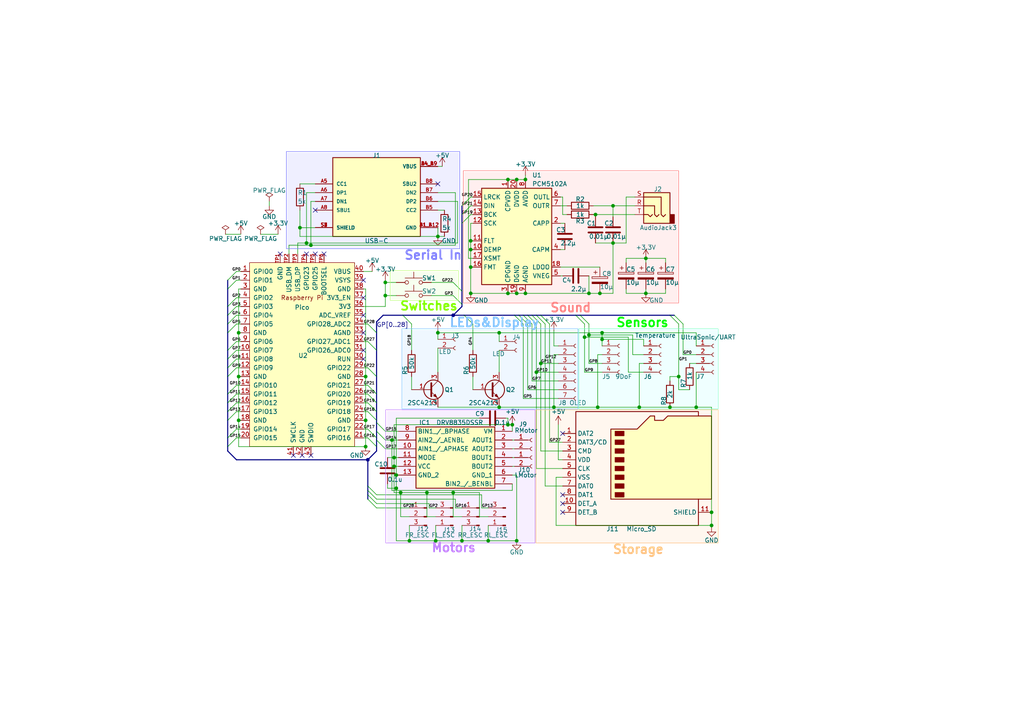
<source format=kicad_sch>
(kicad_sch (version 20230121) (generator eeschema)
  (paper "A4")
  (junction (at 114.935 141.605))
  (junction (at 136.525 85.09))
  (junction (at 173.355 118.11))
  (junction (at 106.045 121.92))
  (junction (at 152.4 85.09))
  (junction (at 86.995 66.04))
  (junction (at 114.935 137.795))
  (junction (at 88.9 70.485))
  (junction (at 187.325 74.93))
  (junction (at 69.215 96.52))
  (junction (at 147.32 123.19))
  (junction (at 123.825 142.875))
  (junction (at 127 96.52))
  (junction (at 111.76 81.915))
  (junction (at 113.665 127.635))
  (junction (at 116.205 142.875))
  (junction (at 187.325 85.09))
  (junction (at 90.17 71.12))
  (junction (at 206.375 152.4))
  (junction (at 118.745 156.845))
  (junction (at 69.215 121.92))
  (junction (at 127 68.58))
  (junction (at 149.86 85.09))
  (junction (at 206.375 148.59))
  (junction (at 69.215 109.22))
  (junction (at 149.86 52.07))
  (junction (at 111.76 85.725))
  (junction (at 126.365 156.845))
  (junction (at 152.4 52.07))
  (junction (at 141.605 156.845))
  (junction (at 131.445 91.44))
  (junction (at 173.99 85.09))
  (junction (at 114.3 135.255))
  (junction (at 136.525 72.39))
  (junction (at 106.045 129.54))
  (junction (at 144.78 96.52))
  (junction (at 174.625 98.425))
  (junction (at 149.86 156.845))
  (junction (at 106.045 109.22))
  (junction (at 155.575 107.95))
  (junction (at 147.32 85.09))
  (junction (at 177.8 70.485))
  (junction (at 201.93 118.11))
  (junction (at 136.525 77.47))
  (junction (at 136.525 69.85))
  (junction (at 196.85 109.22))
  (junction (at 177.8 59.69))
  (junction (at 144.78 118.11))
  (junction (at 131.445 142.875))
  (junction (at 148.59 123.19))
  (junction (at 133.985 156.845))
  (junction (at 172.72 62.23))
  (junction (at 194.31 118.11))
  (junction (at 169.545 97.79))
  (junction (at 147.32 52.07))
  (junction (at 170.815 97.155))
  (junction (at 170.815 85.09))
  (junction (at 106.68 133.35))
  (junction (at 160.655 118.11))
  (junction (at 156.845 105.41))
  (junction (at 114.3 132.715))
  (junction (at 185.42 118.11))
  (junction (at 174.625 96.52))
  (no_connect (at 88.9 73.66))
  (no_connect (at 163.195 125.73))
  (no_connect (at 105.41 96.52))
  (no_connect (at 93.98 73.66))
  (no_connect (at 105.41 81.28))
  (no_connect (at 81.28 73.66))
  (no_connect (at 163.195 143.51))
  (no_connect (at 87.63 132.08))
  (no_connect (at 91.44 60.96))
  (no_connect (at 90.17 132.08))
  (no_connect (at 91.44 73.66))
  (no_connect (at 163.195 146.05))
  (no_connect (at 85.09 132.08))
  (no_connect (at 163.195 148.59))
  (no_connect (at 127 53.34))
  (no_connect (at 105.41 104.14))
  (no_connect (at 105.41 91.44))
  (no_connect (at 105.41 101.6))
  (no_connect (at 105.41 86.36))
  (bus_entry (at 66.04 91.44) (size 2.54 -2.54))
  (bus_entry (at 133.985 64.77) (size 2.54 -2.54))
  (bus_entry (at 66.04 93.98) (size 2.54 -2.54))
  (bus_entry (at 109.22 127) (size -2.54 -2.54))
  (bus_entry (at 66.04 88.9) (size 2.54 -2.54))
  (bus_entry (at 159.385 93.98) (size -2.54 -2.54))
  (bus_entry (at 66.04 114.3) (size 2.54 -2.54))
  (bus_entry (at 109.22 116.84) (size -2.54 -2.54))
  (bus_entry (at 111.76 127.635) (size -2.54 -2.54))
  (bus_entry (at 153.035 93.98) (size -2.54 -2.54))
  (bus_entry (at 111.76 130.175) (size -2.54 -2.54))
  (bus_entry (at 151.765 93.98) (size -2.54 -2.54))
  (bus_entry (at 66.04 127) (size 2.54 -2.54))
  (bus_entry (at 158.115 93.98) (size -2.54 -2.54))
  (bus_entry (at 170.815 93.98) (size -2.54 -2.54))
  (bus_entry (at 133.985 59.69) (size 2.54 -2.54))
  (bus_entry (at 133.985 88.265) (size -2.54 -2.54))
  (bus_entry (at 109.22 96.52) (size -2.54 -2.54))
  (bus_entry (at 109.22 101.6) (size -2.54 -2.54))
  (bus_entry (at 109.22 147.32) (size -2.54 -2.54))
  (bus_entry (at 133.985 62.23) (size 2.54 -2.54))
  (bus_entry (at 109.22 109.22) (size -2.54 -2.54))
  (bus_entry (at 66.04 106.68) (size 2.54 -2.54))
  (bus_entry (at 66.04 116.84) (size 2.54 -2.54))
  (bus_entry (at 66.04 121.92) (size 2.54 -2.54))
  (bus_entry (at 66.04 83.82) (size 2.54 -2.54))
  (bus_entry (at 109.22 121.92) (size -2.54 -2.54))
  (bus_entry (at 109.22 119.38) (size -2.54 -2.54))
  (bus_entry (at 109.22 143.51) (size -2.54 -2.54))
  (bus_entry (at 198.12 93.98) (size -2.54 -2.54))
  (bus_entry (at 66.04 104.14) (size 2.54 -2.54))
  (bus_entry (at 196.85 93.98) (size -2.54 -2.54))
  (bus_entry (at 134.62 91.44) (size 2.54 2.54))
  (bus_entry (at 116.84 91.44) (size 2.54 2.54))
  (bus_entry (at 154.305 93.98) (size -2.54 -2.54))
  (bus_entry (at 66.04 129.54) (size 2.54 -2.54))
  (bus_entry (at 111.76 125.095) (size -2.54 -2.54))
  (bus_entry (at 66.04 119.38) (size 2.54 -2.54))
  (bus_entry (at 133.985 84.455) (size -2.54 -2.54))
  (bus_entry (at 156.845 93.98) (size -2.54 -2.54))
  (bus_entry (at 109.22 146.05) (size -2.54 -2.54))
  (bus_entry (at 66.04 101.6) (size 2.54 -2.54))
  (bus_entry (at 66.04 96.52) (size 2.54 -2.54))
  (bus_entry (at 66.04 81.28) (size 2.54 -2.54))
  (bus_entry (at 109.22 129.54) (size -2.54 -2.54))
  (bus_entry (at 155.575 93.98) (size -2.54 -2.54))
  (bus_entry (at 109.22 144.78) (size -2.54 -2.54))
  (bus_entry (at 169.545 93.98) (size -2.54 -2.54))
  (bus_entry (at 109.22 114.3) (size -2.54 -2.54))
  (bus_entry (at 66.04 109.22) (size 2.54 -2.54))
  (wire (pts (xy 69.215 83.82) (xy 69.215 96.52)))
  (bus (pts (xy 131.445 91.44) (xy 134.62 91.44)))
  (wire (pts (xy 68.58 104.14) (xy 69.85 104.14)))
  (wire (pts (xy 152.4 85.09) (xy 170.815 85.09)))
  (wire (pts (xy 118.745 152.4) (xy 118.745 156.845)))
  (wire (pts (xy 201.93 107.95) (xy 201.93 118.11)))
  (wire (pts (xy 170.815 85.09) (xy 173.99 85.09)))
  (bus (pts (xy 106.68 133.35) (xy 106.68 140.97)))
  (wire (pts (xy 146.685 121.285) (xy 147.32 121.285)))
  (wire (pts (xy 69.215 129.54) (xy 106.045 129.54)))
  (wire (pts (xy 105.41 109.22) (xy 106.045 109.22)))
  (bus (pts (xy 167.005 91.44) (xy 168.275 91.44)))
  (bus (pts (xy 66.04 116.84) (xy 66.04 119.38)))
  (wire (pts (xy 183.515 97.155) (xy 170.815 97.155)))
  (wire (pts (xy 91.44 58.42) (xy 90.17 58.42)))
  (wire (pts (xy 136.525 72.39) (xy 137.16 72.39)))
  (wire (pts (xy 105.41 106.68) (xy 106.68 106.68)))
  (wire (pts (xy 139.065 149.86) (xy 141.605 149.86)))
  (wire (pts (xy 86.36 70.485) (xy 88.9 70.485)))
  (wire (pts (xy 131.445 142.875) (xy 139.065 142.875)))
  (bus (pts (xy 133.985 88.265) (xy 133.985 88.9)))
  (bus (pts (xy 66.04 109.22) (xy 66.04 114.3)))
  (wire (pts (xy 186.69 100.33) (xy 186.69 98.425)))
  (wire (pts (xy 136.525 69.85) (xy 137.16 69.85)))
  (wire (pts (xy 90.17 71.12) (xy 132.08 71.12)))
  (wire (pts (xy 109.22 144.78) (xy 132.08 144.78)))
  (wire (pts (xy 112.395 141.605) (xy 114.935 141.605)))
  (wire (pts (xy 106.045 83.82) (xy 106.045 109.22)))
  (wire (pts (xy 139.7 143.51) (xy 139.7 147.32)))
  (wire (pts (xy 148.59 130.175) (xy 149.225 130.175)))
  (wire (pts (xy 68.58 116.84) (xy 69.85 116.84)))
  (wire (pts (xy 83.82 71.12) (xy 83.82 73.66)))
  (wire (pts (xy 127 100.965) (xy 127 107.95)))
  (wire (pts (xy 148.59 132.715) (xy 149.225 132.715)))
  (wire (pts (xy 114.935 121.285) (xy 139.065 121.285)))
  (wire (pts (xy 105.41 124.46) (xy 106.68 124.46)))
  (wire (pts (xy 151.765 93.98) (xy 151.765 115.57)))
  (wire (pts (xy 127 68.58) (xy 86.995 68.58)))
  (bus (pts (xy 66.04 114.3) (xy 66.04 116.84)))
  (bus (pts (xy 66.04 106.68) (xy 66.04 109.22)))
  (wire (pts (xy 111.76 125.095) (xy 115.57 125.095)))
  (wire (pts (xy 182.245 107.95) (xy 182.245 97.79)))
  (bus (pts (xy 106.68 140.97) (xy 106.68 142.24)))
  (wire (pts (xy 69.215 109.22) (xy 69.215 121.92)))
  (bus (pts (xy 111.125 91.44) (xy 116.84 91.44)))
  (wire (pts (xy 148.59 135.255) (xy 149.225 135.255)))
  (wire (pts (xy 173.99 85.09) (xy 177.8 85.09)))
  (wire (pts (xy 144.78 118.11) (xy 160.655 118.11)))
  (wire (pts (xy 194.31 109.22) (xy 196.85 109.22)))
  (wire (pts (xy 136.525 62.23) (xy 137.16 62.23)))
  (bus (pts (xy 109.22 93.345) (xy 109.22 96.52)))
  (wire (pts (xy 88.9 55.88) (xy 88.9 70.485)))
  (bus (pts (xy 66.04 129.54) (xy 66.04 130.81)))
  (wire (pts (xy 136.525 64.77) (xy 137.16 64.77)))
  (wire (pts (xy 187.325 85.09) (xy 193.04 85.09)))
  (wire (pts (xy 118.745 156.845) (xy 126.365 156.845)))
  (wire (pts (xy 119.38 93.98) (xy 119.38 101.6)))
  (bus (pts (xy 109.22 130.81) (xy 109.22 129.54)))
  (wire (pts (xy 68.58 114.3) (xy 69.85 114.3)))
  (wire (pts (xy 75.565 67.945) (xy 80.645 67.945)))
  (wire (pts (xy 83.82 71.12) (xy 90.17 71.12)))
  (wire (pts (xy 105.41 121.92) (xy 106.045 121.92)))
  (wire (pts (xy 116.205 149.86) (xy 118.745 149.86)))
  (wire (pts (xy 132.715 70.485) (xy 132.715 58.42)))
  (wire (pts (xy 105.41 119.38) (xy 106.68 119.38)))
  (wire (pts (xy 114.3 135.255) (xy 115.57 135.255)))
  (wire (pts (xy 206.375 118.11) (xy 206.375 148.59)))
  (wire (pts (xy 113.665 142.24) (xy 148.59 142.24)))
  (wire (pts (xy 185.42 118.11) (xy 194.31 118.11)))
  (bus (pts (xy 68.58 133.35) (xy 106.68 133.35)))
  (bus (pts (xy 109.22 119.38) (xy 109.22 121.92)))
  (wire (pts (xy 127 96.52) (xy 144.78 96.52)))
  (bus (pts (xy 66.04 83.82) (xy 66.04 88.9)))
  (wire (pts (xy 172.085 59.69) (xy 177.8 59.69)))
  (wire (pts (xy 111.76 85.725) (xy 114.935 85.725)))
  (wire (pts (xy 88.9 70.485) (xy 132.715 70.485)))
  (wire (pts (xy 91.44 55.88) (xy 88.9 55.88)))
  (bus (pts (xy 133.985 59.69) (xy 133.985 62.23)))
  (wire (pts (xy 136.525 57.15) (xy 137.16 57.15)))
  (bus (pts (xy 66.04 93.98) (xy 66.04 96.52)))
  (wire (pts (xy 136.525 59.69) (xy 137.16 59.69)))
  (wire (pts (xy 136.525 64.77) (xy 136.525 69.85)))
  (bus (pts (xy 106.68 133.35) (xy 109.22 130.81)))
  (wire (pts (xy 169.545 93.98) (xy 169.545 97.79)))
  (wire (pts (xy 114.3 123.19) (xy 147.32 123.19)))
  (wire (pts (xy 170.815 93.98) (xy 170.815 97.155)))
  (bus (pts (xy 153.035 91.44) (xy 154.305 91.44)))
  (wire (pts (xy 169.545 97.79) (xy 169.545 107.95)))
  (wire (pts (xy 136.525 77.47) (xy 137.16 77.47)))
  (wire (pts (xy 163.195 62.23) (xy 164.465 62.23)))
  (bus (pts (xy 66.04 96.52) (xy 66.04 101.6)))
  (wire (pts (xy 111.76 81.915) (xy 111.76 81.28)))
  (bus (pts (xy 109.22 93.345) (xy 111.125 91.44)))
  (wire (pts (xy 105.41 111.76) (xy 106.68 111.76)))
  (wire (pts (xy 68.58 127) (xy 69.85 127)))
  (wire (pts (xy 148.59 127.635) (xy 149.225 127.635)))
  (wire (pts (xy 155.575 93.98) (xy 155.575 107.95)))
  (wire (pts (xy 106.045 109.22) (xy 106.045 121.92)))
  (wire (pts (xy 111.76 88.9) (xy 111.76 85.725)))
  (wire (pts (xy 193.04 76.2) (xy 193.04 74.93)))
  (wire (pts (xy 144.78 99.06) (xy 144.78 96.52)))
  (wire (pts (xy 105.41 78.74) (xy 107.95 78.74)))
  (wire (pts (xy 161.925 115.57) (xy 151.765 115.57)))
  (wire (pts (xy 127 66.04) (xy 127 68.58)))
  (wire (pts (xy 127 55.88) (xy 132.08 55.88)))
  (bus (pts (xy 109.22 101.6) (xy 109.22 109.22)))
  (bus (pts (xy 133.985 88.9) (xy 131.445 91.44)))
  (wire (pts (xy 69.215 121.92) (xy 69.215 129.54)))
  (wire (pts (xy 133.985 156.845) (xy 141.605 156.845)))
  (wire (pts (xy 206.375 152.4) (xy 206.375 153.035)))
  (wire (pts (xy 90.17 58.42) (xy 90.17 71.12)))
  (bus (pts (xy 66.04 119.38) (xy 66.04 121.92)))
  (wire (pts (xy 161.29 138.43) (xy 163.195 138.43)))
  (wire (pts (xy 162.56 57.15) (xy 163.195 57.15)))
  (wire (pts (xy 114.935 137.795) (xy 114.935 121.285)))
  (wire (pts (xy 181.61 57.15) (xy 181.61 70.485)))
  (bus (pts (xy 109.22 121.92) (xy 109.22 122.555)))
  (wire (pts (xy 109.22 143.51) (xy 139.7 143.51)))
  (wire (pts (xy 86.995 53.34) (xy 91.44 53.34)))
  (wire (pts (xy 201.93 118.11) (xy 194.31 118.11)))
  (wire (pts (xy 201.93 118.11) (xy 206.375 118.11)))
  (wire (pts (xy 113.665 127.635) (xy 115.57 127.635)))
  (wire (pts (xy 68.58 93.98) (xy 69.85 93.98)))
  (wire (pts (xy 152.4 50.8) (xy 152.4 52.07)))
  (wire (pts (xy 181.61 74.93) (xy 187.325 74.93)))
  (bus (pts (xy 133.985 64.77) (xy 133.985 84.455)))
  (wire (pts (xy 161.29 138.43) (xy 161.29 152.4)))
  (wire (pts (xy 198.12 102.87) (xy 201.93 102.87)))
  (wire (pts (xy 173.355 102.87) (xy 174.625 102.87)))
  (wire (pts (xy 174.625 96.52) (xy 201.93 96.52)))
  (wire (pts (xy 187.325 83.82) (xy 187.325 85.09)))
  (wire (pts (xy 135.89 52.07) (xy 147.32 52.07)))
  (wire (pts (xy 126.365 149.86) (xy 123.825 149.86)))
  (wire (pts (xy 206.375 148.59) (xy 206.375 152.4)))
  (bus (pts (xy 109.22 119.38) (xy 109.22 116.84)))
  (wire (pts (xy 172.72 62.23) (xy 172.72 62.865)))
  (wire (pts (xy 177.8 59.69) (xy 177.8 62.865)))
  (wire (pts (xy 177.8 70.485) (xy 181.61 70.485)))
  (bus (pts (xy 194.31 91.44) (xy 195.58 91.44)))
  (bus (pts (xy 109.22 114.3) (xy 109.22 116.84)))
  (wire (pts (xy 114.935 137.795) (xy 114.935 141.605)))
  (wire (pts (xy 68.58 119.38) (xy 69.85 119.38)))
  (wire (pts (xy 154.305 93.98) (xy 154.305 110.49)))
  (wire (pts (xy 170.815 80.01) (xy 170.815 85.09)))
  (wire (pts (xy 127 68.58) (xy 128.905 68.58)))
  (wire (pts (xy 131.445 149.86) (xy 131.445 142.875)))
  (wire (pts (xy 186.69 105.41) (xy 185.42 105.41)))
  (bus (pts (xy 66.04 130.81) (xy 68.58 133.35)))
  (bus (pts (xy 154.305 91.44) (xy 155.575 91.44)))
  (bus (pts (xy 109.22 109.22) (xy 109.22 114.3)))
  (wire (pts (xy 196.85 93.98) (xy 196.85 109.22)))
  (bus (pts (xy 151.765 91.44) (xy 153.035 91.44)))
  (wire (pts (xy 114.935 141.605) (xy 114.935 156.845)))
  (bus (pts (xy 109.22 127.635) (xy 109.22 129.54)))
  (wire (pts (xy 181.61 57.15) (xy 184.15 57.15)))
  (wire (pts (xy 181.61 83.82) (xy 181.61 85.09)))
  (wire (pts (xy 116.205 142.875) (xy 116.205 149.86)))
  (wire (pts (xy 112.395 132.715) (xy 114.3 132.715)))
  (wire (pts (xy 147.32 121.285) (xy 147.32 123.19)))
  (wire (pts (xy 163.195 130.81) (xy 156.845 130.81)))
  (wire (pts (xy 148.59 123.19) (xy 148.59 125.095)))
  (wire (pts (xy 155.575 107.95) (xy 161.925 107.95)))
  (wire (pts (xy 163.195 133.35) (xy 161.925 133.35)))
  (bus (pts (xy 106.68 142.24) (xy 106.68 143.51)))
  (wire (pts (xy 187.325 74.93) (xy 193.04 74.93)))
  (wire (pts (xy 187.325 74.93) (xy 187.325 76.2)))
  (wire (pts (xy 181.61 85.09) (xy 187.325 85.09)))
  (wire (pts (xy 68.58 111.76) (xy 69.85 111.76)))
  (wire (pts (xy 106.045 121.92) (xy 106.045 129.54)))
  (wire (pts (xy 149.86 85.09) (xy 152.4 85.09)))
  (wire (pts (xy 149.86 52.07) (xy 152.4 52.07)))
  (bus (pts (xy 156.845 91.44) (xy 167.005 91.44)))
  (wire (pts (xy 162.56 64.77) (xy 163.83 64.77)))
  (wire (pts (xy 109.22 146.05) (xy 124.46 146.05)))
  (bus (pts (xy 155.575 91.44) (xy 156.845 91.44)))
  (wire (pts (xy 124.46 146.05) (xy 124.46 147.32)))
  (wire (pts (xy 136.525 72.39) (xy 136.525 77.47)))
  (wire (pts (xy 148.59 137.795) (xy 149.86 137.795)))
  (bus (pts (xy 149.225 91.44) (xy 150.495 91.44)))
  (wire (pts (xy 170.815 97.155) (xy 170.815 105.41)))
  (wire (pts (xy 114.935 81.915) (xy 111.76 81.915)))
  (bus (pts (xy 66.04 104.14) (xy 66.04 106.68)))
  (bus (pts (xy 66.04 81.28) (xy 66.04 83.82)))
  (wire (pts (xy 127 48.26) (xy 128.27 48.26)))
  (wire (pts (xy 124.46 147.32) (xy 126.365 147.32)))
  (wire (pts (xy 126.365 152.4) (xy 126.365 156.845)))
  (bus (pts (xy 109.22 127) (xy 109.22 127.635)))
  (wire (pts (xy 182.245 107.95) (xy 186.69 107.95)))
  (wire (pts (xy 86.995 60.96) (xy 86.995 66.04)))
  (wire (pts (xy 163.195 57.15) (xy 163.195 62.23)))
  (wire (pts (xy 141.605 156.845) (xy 149.86 156.845)))
  (wire (pts (xy 159.385 93.98) (xy 159.385 128.27)))
  (wire (pts (xy 172.72 70.485) (xy 177.8 70.485)))
  (wire (pts (xy 114.3 132.715) (xy 115.57 132.715)))
  (wire (pts (xy 69.215 109.22) (xy 69.85 109.22)))
  (wire (pts (xy 133.985 149.86) (xy 131.445 149.86)))
  (wire (pts (xy 162.56 72.39) (xy 163.83 72.39)))
  (wire (pts (xy 162.56 59.69) (xy 164.465 59.69)))
  (wire (pts (xy 147.32 52.07) (xy 149.86 52.07)))
  (wire (pts (xy 170.815 105.41) (xy 174.625 105.41)))
  (wire (pts (xy 68.58 124.46) (xy 69.85 124.46)))
  (wire (pts (xy 65.405 67.945) (xy 69.85 67.945)))
  (wire (pts (xy 111.76 127.635) (xy 113.665 127.635)))
  (wire (pts (xy 147.32 123.19) (xy 148.59 123.19)))
  (wire (pts (xy 125.095 85.725) (xy 131.445 85.725)))
  (wire (pts (xy 163.195 140.97) (xy 158.115 140.97)))
  (wire (pts (xy 68.58 81.28) (xy 69.85 81.28)))
  (wire (pts (xy 136.525 77.47) (xy 136.525 85.09)))
  (wire (pts (xy 160.655 118.11) (xy 173.355 118.11)))
  (wire (pts (xy 162.56 77.47) (xy 173.99 77.47)))
  (wire (pts (xy 177.8 59.69) (xy 184.15 59.69)))
  (bus (pts (xy 66.04 127) (xy 66.04 129.54)))
  (wire (pts (xy 118.745 147.32) (xy 109.22 147.32)))
  (wire (pts (xy 201.93 96.52) (xy 201.93 100.33)))
  (wire (pts (xy 194.31 110.49) (xy 194.31 109.22)))
  (wire (pts (xy 123.825 149.86) (xy 123.825 142.875)))
  (wire (pts (xy 69.215 96.52) (xy 69.215 109.22)))
  (bus (pts (xy 150.495 91.44) (xy 151.765 91.44)))
  (wire (pts (xy 137.16 74.93) (xy 135.89 74.93)))
  (wire (pts (xy 119.38 109.22) (xy 119.38 113.03)))
  (wire (pts (xy 68.58 78.74) (xy 69.85 78.74)))
  (wire (pts (xy 183.515 102.87) (xy 183.515 97.155)))
  (wire (pts (xy 111.76 85.725) (xy 111.76 81.915)))
  (wire (pts (xy 181.61 76.2) (xy 181.61 74.93)))
  (wire (pts (xy 105.41 114.3) (xy 106.68 114.3)))
  (wire (pts (xy 132.08 55.88) (xy 132.08 71.12)))
  (wire (pts (xy 86.995 68.58) (xy 86.995 66.04)))
  (wire (pts (xy 135.89 74.93) (xy 135.89 52.07)))
  (wire (pts (xy 137.16 109.22) (xy 137.16 113.03)))
  (wire (pts (xy 161.925 100.33) (xy 160.655 100.33)))
  (wire (pts (xy 185.42 105.41) (xy 185.42 118.11)))
  (wire (pts (xy 139.7 147.32) (xy 141.605 147.32)))
  (wire (pts (xy 174.625 100.33) (xy 174.625 98.425)))
  (wire (pts (xy 169.545 107.95) (xy 174.625 107.95)))
  (bus (pts (xy 109.22 122.555) (xy 109.22 125.095)))
  (wire (pts (xy 172.085 62.23) (xy 172.72 62.23)))
  (wire (pts (xy 149.86 137.795) (xy 149.86 156.845)))
  (wire (pts (xy 113.665 127.635) (xy 113.665 142.24)))
  (wire (pts (xy 69.215 96.52) (xy 69.85 96.52)))
  (wire (pts (xy 127 95.885) (xy 127 96.52)))
  (wire (pts (xy 161.925 102.87) (xy 160.655 102.87)))
  (wire (pts (xy 112.395 140.335) (xy 112.395 141.605)))
  (wire (pts (xy 105.41 83.82) (xy 106.045 83.82)))
  (wire (pts (xy 133.985 152.4) (xy 133.985 156.845)))
  (bus (pts (xy 106.68 143.51) (xy 106.68 144.78)))
  (wire (pts (xy 86.995 66.04) (xy 91.44 66.04)))
  (wire (pts (xy 68.58 101.6) (xy 69.85 101.6)))
  (wire (pts (xy 159.385 128.27) (xy 163.195 128.27)))
  (wire (pts (xy 144.78 101.6) (xy 144.78 107.95)))
  (bus (pts (xy 134.62 91.44) (xy 149.225 91.44)))
  (wire (pts (xy 114.3 123.19) (xy 114.3 132.715)))
  (wire (pts (xy 114.3 132.715) (xy 114.3 135.255)))
  (bus (pts (xy 109.22 96.52) (xy 109.22 101.6)))
  (wire (pts (xy 158.115 93.98) (xy 158.115 140.97)))
  (wire (pts (xy 186.69 98.425) (xy 174.625 98.425)))
  (wire (pts (xy 111.76 130.175) (xy 115.57 130.175)))
  (wire (pts (xy 156.845 105.41) (xy 161.925 105.41)))
  (wire (pts (xy 127 96.52) (xy 127 98.425)))
  (wire (pts (xy 200.025 105.41) (xy 201.93 105.41)))
  (wire (pts (xy 156.845 105.41) (xy 156.845 130.81)))
  (wire (pts (xy 132.08 144.78) (xy 132.08 147.32)))
  (wire (pts (xy 68.58 91.44) (xy 69.85 91.44)))
  (wire (pts (xy 68.58 99.06) (xy 69.85 99.06)))
  (wire (pts (xy 127 60.96) (xy 128.905 60.96)))
  (wire (pts (xy 155.575 107.95) (xy 155.575 135.89)))
  (wire (pts (xy 105.41 88.9) (xy 111.76 88.9)))
  (wire (pts (xy 126.365 156.845) (xy 133.985 156.845)))
  (wire (pts (xy 105.41 93.98) (xy 106.68 93.98)))
  (bus (pts (xy 133.985 84.455) (xy 133.985 88.265)))
  (wire (pts (xy 86.36 73.66) (xy 86.36 70.485)))
  (wire (pts (xy 115.57 137.795) (xy 114.935 137.795)))
  (wire (pts (xy 105.41 99.06) (xy 106.68 99.06)))
  (bus (pts (xy 66.04 101.6) (xy 66.04 104.14)))
  (bus (pts (xy 109.22 125.095) (xy 109.22 127)))
  (bus (pts (xy 168.275 91.44) (xy 194.31 91.44)))
  (wire (pts (xy 161.29 152.4) (xy 206.375 152.4)))
  (wire (pts (xy 200.025 113.03) (xy 196.85 113.03)))
  (wire (pts (xy 105.41 127) (xy 106.68 127)))
  (wire (pts (xy 127 118.11) (xy 144.78 118.11)))
  (wire (pts (xy 169.545 97.79) (xy 182.245 97.79)))
  (wire (pts (xy 153.035 113.03) (xy 161.925 113.03)))
  (wire (pts (xy 105.41 116.84) (xy 106.68 116.84)))
  (wire (pts (xy 114.935 156.845) (xy 118.745 156.845)))
  (wire (pts (xy 136.525 69.85) (xy 136.525 72.39)))
  (wire (pts (xy 116.205 142.875) (xy 123.825 142.875)))
  (wire (pts (xy 148.59 140.335) (xy 148.59 142.24)))
  (bus (pts (xy 133.985 62.23) (xy 133.985 64.77)))
  (wire (pts (xy 160.655 95.885) (xy 160.655 100.33)))
  (wire (pts (xy 196.85 109.22) (xy 196.85 113.03)))
  (wire (pts (xy 147.32 85.09) (xy 149.86 85.09)))
  (wire (pts (xy 68.58 106.68) (xy 69.85 106.68)))
  (wire (pts (xy 139.065 142.875) (xy 139.065 149.86)))
  (wire (pts (xy 163.195 135.89) (xy 155.575 135.89)))
  (wire (pts (xy 125.095 81.915) (xy 131.445 81.915)))
  (wire (pts (xy 153.035 93.98) (xy 153.035 113.03)))
  (wire (pts (xy 174.625 96.52) (xy 174.625 98.425)))
  (wire (pts (xy 114.3 142.875) (xy 116.205 142.875)))
  (wire (pts (xy 132.08 147.32) (xy 133.985 147.32)))
  (wire (pts (xy 186.69 102.87) (xy 183.515 102.87)))
  (wire (pts (xy 156.845 93.98) (xy 156.845 105.41)))
  (wire (pts (xy 69.215 121.92) (xy 69.85 121.92)))
  (wire (pts (xy 141.605 152.4) (xy 141.605 156.845)))
  (wire (pts (xy 193.04 83.82) (xy 193.04 85.09)))
  (wire (pts (xy 161.925 123.19) (xy 161.925 133.35)))
  (bus (pts (xy 66.04 91.44) (xy 66.04 93.98)))
  (wire (pts (xy 198.12 93.98) (xy 198.12 102.87)))
  (wire (pts (xy 177.8 70.485) (xy 177.8 85.09)))
  (bus (pts (xy 66.04 88.9) (xy 66.04 91.44)))
  (wire (pts (xy 114.3 135.255) (xy 114.3 142.875)))
  (wire (pts (xy 78.105 58.42) (xy 78.105 59.69)))
  (bus (pts (xy 66.04 121.92) (xy 66.04 127)))
  (wire (pts (xy 68.58 86.36) (xy 69.85 86.36)))
  (wire (pts (xy 144.78 96.52) (xy 174.625 96.52)))
  (wire (pts (xy 172.72 62.23) (xy 184.15 62.23)))
  (wire (pts (xy 123.825 142.875) (xy 131.445 142.875)))
  (wire (pts (xy 173.355 102.87) (xy 173.355 118.11)))
  (wire (pts (xy 69.85 83.82) (xy 69.215 83.82)))
  (wire (pts (xy 154.305 110.49) (xy 161.925 110.49)))
  (bus (pts (xy 116.84 91.44) (xy 131.445 91.44)))
  (wire (pts (xy 137.16 93.98) (xy 137.16 101.6)))
  (wire (pts (xy 162.56 80.01) (xy 163.195 80.01)))
  (wire (pts (xy 132.715 58.42) (xy 127 58.42)))
  (wire (pts (xy 173.355 118.11) (xy 185.42 118.11)))
  (wire (pts (xy 160.655 102.87) (xy 160.655 118.11)))
  (wire (pts (xy 136.525 85.09) (xy 147.32 85.09)))
  (wire (pts (xy 68.58 88.9) (xy 69.85 88.9)))
  (rectangle (start 113.157 78.486) (end 132.969 87.122) (stroke (width 0) (color 191 255 127 1)) (fill (type color) (color 247 255 239 1)))
  (rectangle (start 167.894 95.377) (end 208.28 118.618) (stroke (width 0) (color 127 255 191 1)) (fill (type color) (color 239 255 255 1)))
  (rectangle (start 111.887 118.872) (end 155.194 157.48) (stroke (width 0) (color 191 127 255 1)) (fill (type color) (color 247 239 255 1)))
  (rectangle (start 134.366 49.53) (end 196.85 87.884) (stroke (width 0) (color 255 127 127 1)) (fill (type color) (color 255 239 239 1)))
  (rectangle (start 116.586 95.377) (end 167.64 118.618) (stroke (width 0) (color 127 191 255 1)) (fill (type color) (color 239 247 255 1)))
  (rectangle (start 155.448 118.872) (end 208.28 157.48) (stroke (width 0) (color 255 191 127 1)) (fill (type color) (color 255 247 239 1)))
  (rectangle (start 83.058 43.942) (end 133.35 72.136) (stroke (width 0) (color 127 127 255 1)) (fill (type color) (color 239 239 255 1)))
  (text "Sensors\n" (at 178.562 95.25 0) (effects (font (size 2.54 2.54) (thickness 0.508) bold) (justify left bottom)))
  (text "LEDs&Display" (at 130.175 95.25 0) (effects (font (size 2.54 2.54) (thickness 0.508) bold) (justify left bottom)))
  (text "Serial In" (at 117.094 75.692 0) (effects (font (size 2.54 2.54) (thickness 0.508) bold) (justify left bottom)))
  (text "Switches" (at 115.824 90.424 0) (effects (font (size 2.54 2.54) (thickness 0.508) bold) (justify left bottom)))
  (text "Motors" (at 124.968 160.528 0) (effects (font (size 2.54 2.54) (thickness 0.508) bold) (justify left bottom)))
  (text "Sound" (at 159.385 90.932 0) (effects (font (size 2.54 2.54) (thickness 0.508) bold) (justify left bottom)))
  (text "Storage" (at 177.546 161.036 0) (effects (font (size 2.54 2.54) (thickness 0.508) bold) (justify left bottom)))
  (label "GP8" (at 170.815 105.41 0) (effects (font (size 0.8 0.8))))
  (label "GP1" (at 69.85 81.28 180) (effects (font (size 0.8 0.8))))
  (label "GP15" (at 111.76 125.095 0) (effects (font (size 0.8 0.8))))
  (label "GP0" (at 198.12 102.87 0) (effects (font (size 0.8 0.8))))
  (label "GP20" (at 137.16 57.15 180) (effects (font (size 0.8 0.8))))
  (label "GP27" (at 105.41 99.06 0) (effects (font (size 0.8 0.8))))
  (label "GP14" (at 111.76 127.635 0) (effects (font (size 0.8 0.8))))
  (label "GP18" (at 119.38 100.33 90) (effects (font (size 0.8 0.8))))
  (label "GP10" (at 69.85 111.76 180) (effects (font (size 0.8 0.8))))
  (label "GP12" (at 158.115 104.14 0) (effects (font (size 0.8 0.8))))
  (label "GP20" (at 105.41 114.3 0) (effects (font (size 0.8 0.8))))
  (label "GP1" (at 196.85 104.775 0) (effects (font (size 0.8 0.8))))
  (label "GP22" (at 131.445 81.915 180) (effects (font (size 0.8 0.8))))
  (label "GP27" (at 159.385 128.27 0) (effects (font (size 0.8 0.8))))
  (label "GP5" (at 151.765 115.57 0) (effects (font (size 0.8 0.8))))
  (label "GP2" (at 124.46 147.32 0) (effects (font (size 0.8 0.8))))
  (label "GP0" (at 69.85 78.74 180) (effects (font (size 0.8 0.8))))
  (label "GP7" (at 154.305 110.49 0) (effects (font (size 0.8 0.8))))
  (label "GP7" (at 69.85 101.6 180) (effects (font (size 0.8 0.8))))
  (label "GP16" (at 105.41 127 0) (effects (font (size 0.8 0.8))))
  (label "GP4" (at 137.16 100.203 90) (effects (font (size 0.8 0.8))))
  (label "GP10" (at 155.575 107.95 0) (effects (font (size 0.8 0.8))))
  (label "GP8" (at 69.85 104.14 180) (effects (font (size 0.8 0.8))))
  (label "GP13" (at 69.85 119.38 180) (effects (font (size 0.8 0.8))))
  (label "GP3" (at 131.445 85.725 180) (effects (font (size 0.8 0.8))))
  (label "GP9" (at 169.545 107.95 0) (effects (font (size 0.8 0.8))))
  (label "GP[0..28]" (at 109.22 95.25 0))
  (label "GP12" (at 69.85 116.84 180) (effects (font (size 0.8 0.8))))
  (label "GP14" (at 69.85 124.46 180) (effects (font (size 0.8 0.8))))
  (label "GP21" (at 137.16 59.69 180) (effects (font (size 0.8 0.8))))
  (label "GP19" (at 137.16 62.23 180) (effects (font (size 0.8 0.8))))
  (label "GP4" (at 69.85 91.44 180) (effects (font (size 0.8 0.8))))
  (label "GP22" (at 105.41 106.68 0) (effects (font (size 0.8 0.8))))
  (label "GP28" (at 105.41 93.98 0) (effects (font (size 0.8 0.8))))
  (label "GP21" (at 105.41 111.76 0) (effects (font (size 0.8 0.8))))
  (label "GP5" (at 69.85 93.98 180) (effects (font (size 0.8 0.8))))
  (label "GP17" (at 111.76 130.175 0) (effects (font (size 0.8 0.8))))
  (label "GP9" (at 69.85 106.68 180) (effects (font (size 0.8 0.8))))
  (label "GP15" (at 69.85 127 180) (effects (font (size 0.8 0.8))))
  (label "GP19" (at 105.41 116.84 0) (effects (font (size 0.8 0.8))))
  (label "GP11" (at 156.845 105.41 0) (effects (font (size 0.8 0.8))))
  (label "GP2" (at 69.85 86.36 180) (effects (font (size 0.8 0.8))))
  (label "GP16" (at 132.08 147.32 0) (effects (font (size 0.8 0.8))))
  (label "GP17" (at 105.41 124.46 0) (effects (font (size 0.8 0.8))))
  (label "GP11" (at 69.85 114.3 180) (effects (font (size 0.8 0.8))))
  (label "GP13" (at 139.7 147.32 0) (effects (font (size 0.8 0.8))))
  (label "GP18" (at 105.41 119.38 0) (effects (font (size 0.8 0.8))))
  (label "GP28" (at 116.84 147.32 0) (effects (font (size 0.8 0.8))))
  (label "GP3" (at 69.85 88.9 180) (effects (font (size 0.8 0.8))))
  (label "GP6" (at 153.035 113.03 0) (effects (font (size 0.8 0.8))))
  (label "GP6" (at 69.85 99.06 180) (effects (font (size 0.8 0.8))))
  (symbol (lib_id "Device:C_Polarized") (at 173.99 81.28 0) (unit 1)
    (property "Reference" "C8" (at 174.625 79.375 0) (effects (justify left)))
    (property "Value" "10µ" (at 173.99 83.185 0) (effects (justify left)))
    (property "Footprint" "Capacitor_SMD:CP_Elec_4x5.4" (effects hide))
  )
  (symbol (lib_id "power:+3.3V") (at 152.4 50.8 0) (unit 1)
    (property "Reference" "#PWR02" (effects hide))
    (property "Value" "+3.3V" (at 152.4 47.625 0))
  )
  (symbol (lib_id "Connector:Conn_01x03_Pin") (at 139.065 149.86 0) (mirror y) (unit 1)
    (property "Reference" "J14" (at 136.017 153.416 0) (effects (justify right)))
    (property "Value" "RR_ESC" (at 132.715 155.194 0) (effects (justify right)))
    (property "Footprint" "Connector_PinHeader_2.54mm:PinHeader_1x03_P2.54mm_Horizontal" (effects hide))
  )
  (symbol (lib_id "Connector:Conn_01x02_Socket") (at 154.305 127.635 0) (unit 1)
    (property "Reference" "J9" (at 150.495 123.063 0) (effects (justify left)))
    (property "Value" "RMotor" (at 149.225 124.841 0) (effects (justify left)))
    (property "Footprint" "Connector_PinSocket_2.54mm:PinSocket_1x02_P2.54mm_Vertical" (effects hide))
  )
  (symbol (lib_id "power:+5V") (at 148.59 123.19 0) (unit 1)
    (property "Reference" "#PWR014" (effects hide))
    (property "Value" "+5V" (at 148.59 119.38 0))
  )
  (symbol (lib_id "power:+3.3V") (at 160.655 95.885 0) (unit 1)
    (property "Reference" "#PWR013" (effects hide))
    (property "Value" "+3.3V" (at 160.655 92.71 0))
  )
  (symbol (lib_id "Device:C_Polarized") (at 181.61 80.01 0) (unit 1)
    (property "Reference" "C5" (at 181.61 78.105 0) (effects (justify left)))
    (property "Value" "10µ" (at 181.61 81.915 0) (effects (justify left)))
    (property "Footprint" "Capacitor_SMD:CP_Elec_4x5.4" (effects hide))
  )
  (symbol (lib_id "Device:R") (at 128.905 64.77 180) (unit 1)
    (property "Reference" "R4" (at 128.27 63.5 0) (effects (justify right)))
    (property "Value" "5k" (at 128.27 66.04 0) (effects (justify right)))
    (property "Footprint" "Resistor_SMD:R_0603_1608Metric" (effects hide))
  )
  (symbol (lib_id "Connector:Conn_01x02_Socket") (at 154.305 132.715 0) (unit 1)
    (property "Reference" "J10" (at 150.241 136.271 0) (effects (justify left)))
    (property "Value" "LMotor" (at 149.225 137.795 0) (effects (justify left)))
    (property "Footprint" "Connector_PinSocket_2.54mm:PinSocket_1x02_P2.54mm_Vertical" (effects hide))
  )
  (symbol (lib_id "power:+5V") (at 128.27 48.26 0) (unit 1)
    (property "Reference" "#PWR01" (effects hide))
    (property "Value" "+5V" (at 128.27 45.085 0))
  )
  (symbol (lib_id "power:GND") (at 136.525 85.09 0) (unit 1)
    (property "Reference" "#PWR010" (effects hide))
    (property "Value" "GND" (at 139.573 87.122 0))
  )
  (symbol (lib_id "power:+3.3V") (at 187.325 74.93 0) (unit 1)
    (property "Reference" "#PWR07" (effects hide))
    (property "Value" "+3.3V" (at 187.325 71.755 0))
  )
  (symbol (lib_id "Device:R") (at 200.025 109.22 0) (unit 1)
    (property "Reference" "R7" (at 198.247 112.522 90) (effects (justify left)))
    (property "Value" "1k" (at 200.025 110.236 90) (effects (justify left)))
    (property "Footprint" "Resistor_SMD:R_0603_1608Metric" (effects hide))
  )
  (symbol (lib_id "Connector:Conn_01x04_Socket") (at 191.77 102.87 0) (unit 1)
    (property "Reference" "J6" (at 186.69 109.22 0) (effects (justify left)))
    (property "Value" "Temperature" (at 184.15 97.282 0) (effects (justify left)))
    (property "Footprint" "Connector_PinSocket_2.54mm:PinSocket_1x04_P2.54mm_Vertical" (effects hide))
  )
  (symbol (lib_id "Audio:PCM5102A") (at 149.86 67.31 0) (unit 1)
    (property "Reference" "U1" (at 154.3559 50.8 0) (effects (justify left)))
    (property "Value" "PCM5102A" (at 154.3559 53.34 0) (effects (justify left)))
    (property "Footprint" "Package_SO:TSSOP-20_4.4x6.5mm_P0.65mm" (effects hide))
    (property "Datasheet" "https://www.ti.com/lit/ds/symlink/pcm5102a.pdf" (effects hide))
  )
  (symbol (lib_id "Transistor_BJT:2SC4213") (at 142.24 113.03 0) (unit 1)
    (property "Reference" "Q2" (at 146.685 113.03 0) (effects (justify left)))
    (property "Value" "2SC4213" (at 135.89 116.84 0) (effects (justify left)))
    (property "Footprint" "Package_TO_SOT_SMD:SOT-323_SC-70" (effects hide))
    (property "Datasheet" "https://toshiba.semicon-storage.com/info/docget.jsp?did=19305&prodName=2SC4213" (effects hide))
  )
  (symbol (lib_id "DRV8835DSSR:DRV8835DSSR") (at 148.59 125.095 0) (mirror y) (unit 1)
    (property "Reference" "IC1" (at 123.19 122.555 0))
    (property "Value" "DRV8835DSSR" (at 133.35 122.555 0))
    (property "Footprint" "DRV8835:DRV8835DSSR" (effects hide))
    (property "Datasheet" "http://www.ti.com/general/docs/suppproductinfo.tsp?distId=26&gotoUrl=http%3A%2F%2Fwww.ti.com%2Flit%2Fgpn%2Fdrv8835" (effects hide))
    (property "Height" "0.8" (effects hide))
    (property "Mouser Part Number" "595-DRV8835DSSR" (effects hide))
    (property "Mouser Price/Stock" "https://www.mouser.co.uk/ProductDetail/Texas-Instruments/DRV8835DSSR?qs=UFc95S4Z4CYjBOyEmbTDlA%3D%3D" (effects hide))
    (property "Manufacturer_Name" "Texas Instruments" (effects hide))
    (property "Manufacturer_Part_Number" "DRV8835DSSR" (effects hide))
  )
  (symbol (lib_id "Device:C") (at 163.83 68.58 0) (unit 1)
    (property "Reference" "C3" (at 161.29 66.675 0) (effects (justify left)))
    (property "Value" "2.2µ" (at 162.56 70.485 0) (effects (justify left)))
    (property "Footprint" "Capacitor_SMD:C_0603_1608Metric" (effects hide))
  )
  (symbol (lib_id "Transistor_BJT:2SC4213") (at 124.46 113.03 0) (unit 1)
    (property "Reference" "Q1" (at 128.905 113.03 0) (effects (justify left)))
    (property "Value" "2SC4213" (at 118.11 116.84 0) (effects (justify left)))
    (property "Footprint" "Package_TO_SOT_SMD:SOT-323_SC-70" (effects hide))
    (property "Datasheet" "https://toshiba.semicon-storage.com/info/docget.jsp?did=19305&prodName=2SC4213" (effects hide))
  )
  (symbol (lib_id "Device:C") (at 172.72 66.675 0) (unit 1)
    (property "Reference" "C1" (at 170.18 64.77 0) (effects (justify left)))
    (property "Value" "0.01µ" (at 170.815 68.58 0) (effects (justify left)))
    (property "Footprint" "Capacitor_SMD:C_0603_1608Metric" (effects hide))
  )
  (symbol (lib_id "power:+5V") (at 107.95 78.74 0) (unit 1)
    (property "Reference" "#PWR08" (effects hide))
    (property "Value" "+5V" (at 107.95 75.565 0))
  )
  (symbol (lib_id "power:GND") (at 206.375 153.035 0) (unit 1)
    (property "Reference" "#PWR017" (effects hide))
    (property "Value" "GND" (at 206.375 156.718 0))
  )
  (symbol (lib_id "power:+3.3V") (at 80.645 67.945 0) (unit 1)
    (property "Reference" "#PWR05" (effects hide))
    (property "Value" "+3.3V" (at 80.645 64.77 0))
  )
  (symbol (lib_id "Switch:SW_Push") (at 120.015 85.725 0) (unit 1)
    (property "Reference" "SW2" (at 124.46 84.455 0))
    (property "Value" "SW_Push" (effects hide))
    (property "Footprint" "SW_SKRPACE010:SW_SKRPACE010" (effects hide))
  )
  (symbol (lib_id "Device:C") (at 167.005 80.01 90) (unit 1)
    (property "Reference" "C4" (at 165.735 81.28 90) (effects (justify left)))
    (property "Value" "2.2µ" (at 170.18 83.82 90) (effects (justify left)))
    (property "Footprint" "Capacitor_SMD:C_0603_1608Metric" (effects hide))
  )
  (symbol (lib_id "power:+5V") (at 161.925 123.19 0) (unit 1)
    (property "Reference" "#PWR015" (effects hide))
    (property "Value" "+5V" (at 161.925 119.38 0))
  )
  (symbol (lib_id "Connector:Conn_01x02_Socket") (at 132.08 98.425 0) (unit 1)
    (property "Reference" "J3" (at 130.81 97.409 0) (effects (justify left)))
    (property "Value" "LED" (at 127.254 101.981 0) (effects (justify left)))
    (property "Footprint" "Connector_PinSocket_2.54mm:PinSocket_1x02_P2.54mm_Vertical" (effects hide))
  )
  (symbol (lib_id "Device:R") (at 194.31 114.3 0) (unit 1)
    (property "Reference" "R8" (at 192.532 117.602 90) (effects (justify left)))
    (property "Value" "2k" (at 194.31 115.57 90) (effects (justify left)))
    (property "Footprint" "Resistor_SMD:R_0603_1608Metric" (effects hide))
  )
  (symbol (lib_id "Device:C") (at 142.875 121.285 270) (unit 1)
    (property "Reference" "C9" (at 137.795 120.015 90) (effects (justify left)))
    (property "Value" "0.1u" (at 143.51 122.555 90) (effects (justify left)))
    (property "Footprint" "Capacitor_SMD:C_0603_1608Metric" (effects hide))
  )
  (symbol (lib_id "Device:C") (at 112.395 136.525 0) (unit 1)
    (property "Reference" "C10" (at 108.585 134.62 0) (effects (justify left)))
    (property "Value" "0.1u" (at 112.395 139.065 0) (effects (justify left)))
    (property "Footprint" "Capacitor_SMD:C_0603_1608Metric" (effects hide))
  )
  (symbol (lib_id "Device:C_Polarized") (at 187.325 80.01 0) (unit 1)
    (property "Reference" "C6" (at 187.325 78.105 0) (effects (justify left)))
    (property "Value" "10µ" (at 187.325 81.915 0) (effects (justify left)))
    (property "Footprint" "Capacitor_SMD:CP_Elec_4x5.4" (effects hide))
  )
  (symbol (lib_id "Device:C_Polarized") (at 193.04 80.01 0) (unit 1)
    (property "Reference" "C7" (at 193.04 78.105 0) (effects (justify left)))
    (property "Value" "10µ" (at 193.04 81.915 0) (effects (justify left)))
    (property "Footprint" "Capacitor_SMD:CP_Elec_4x5.4" (effects hide))
  )
  (symbol (lib_id "power:GND") (at 127 68.58 0) (unit 1)
    (property "Reference" "#PWR06" (effects hide))
    (property "Value" "GND" (at 130.175 69.85 0))
  )
  (symbol (lib_id "Connector:Conn_01x03_Pin") (at 123.825 149.86 0) (mirror y) (unit 1)
    (property "Reference" "J12" (at 120.777 153.416 0) (effects (justify right)))
    (property "Value" "FR_ESC" (at 117.475 155.194 0) (effects (justify right)))
    (property "Footprint" "Connector_PinHeader_2.54mm:PinHeader_1x03_P2.54mm_Horizontal" (effects hide))
  )
  (symbol (lib_id "power:PWR_FLAG") (at 65.405 67.945 0) (unit 1)
    (property "Reference" "#FLG02" (effects hide))
    (property "Value" "PWR_FLAG" (at 65.405 69.215 0))
  )
  (symbol (lib_id "Device:R") (at 86.995 57.15 180) (unit 1)
    (property "Reference" "R1" (at 86.36 55.88 0) (effects (justify right)))
    (property "Value" "5k" (at 86.36 58.42 0) (effects (justify right)))
    (property "Footprint" "Resistor_SMD:R_0603_1608Metric" (effects hide))
  )
  (symbol (lib_id "Connector:Conn_01x04_Socket") (at 179.705 102.87 0) (unit 1)
    (property "Reference" "J5" (at 174.625 109.22 0) (effects (justify left)))
    (property "Value" "9DoF" (at 178.435 109.22 0) (effects (justify left)))
    (property "Footprint" "Connector_JST:JST_XH_S4B-XH-A_1x04_P2.50mm_Horizontal" (effects hide))
  )
  (symbol (lib_id "power:GND") (at 149.86 156.845 0) (unit 1)
    (property "Reference" "#PWR018" (effects hide))
    (property "Value" "GND" (at 149.86 160.147 0))
  )
  (symbol (lib_id "power:GND") (at 106.045 129.54 0) (unit 1)
    (property "Reference" "#PWR016" (effects hide))
    (property "Value" "GND" (at 103.505 132.08 0))
  )
  (symbol (lib_id "Device:R") (at 168.275 59.69 90) (unit 1)
    (property "Reference" "R2" (at 168.275 57.785 90))
    (property "Value" "1k" (at 168.275 59.69 90))
    (property "Footprint" "Resistor_SMD:R_0603_1608Metric" (effects hide))
  )
  (symbol (lib_id "power:PWR_FLAG") (at 75.565 67.945 0) (unit 1)
    (property "Reference" "#FLG03" (effects hide))
    (property "Value" "PWR_FLAG" (at 75.565 69.215 0))
  )
  (symbol (lib_id "power:GND") (at 187.325 85.09 0) (unit 1)
    (property "Reference" "#PWR011" (effects hide))
    (property "Value" "GND" (at 190.373 87.122 0))
  )
  (symbol (lib_id "5077CR-16SMC2-BK-TR:5077CR-16SMC2-BK-TR") (at 109.22 55.88 0) (unit 1)
    (property "Reference" "J1" (at 109.22 45.085 0))
    (property "Value" "USB-C" (at 109.22 69.85 0))
    (property "Footprint" "NELTRON_5077CR-16SMC2-BK-TR:NELTRON_5077CR-16SMC2-BK-TR" (effects hide))
    (property "PARTREV" "B" (effects hide))
    (property "SNAPEDA_PN" "5077CR-16SMC2-BK-TR" (effects hide))
    (property "STANDARD" "Manufacturer Recommendations" (effects hide))
    (property "MAXIMUM_PACKAGE_HEIGHT" "3.26mm" (effects hide))
    (property "MANUFACTURER" "Neltron" (effects hide))
  )
  (symbol (lib_id "power:+3.3V") (at 111.76 81.28 0) (unit 1)
    (property "Reference" "#PWR09" (effects hide))
    (property "Value" "+3.3V" (at 111.76 78.105 0))
  )
  (symbol (lib_id "Device:R") (at 168.275 62.23 90) (unit 1)
    (property "Reference" "R3" (at 168.275 64.135 90))
    (property "Value" "1k" (at 168.275 62.23 90))
    (property "Footprint" "Resistor_SMD:R_0603_1608Metric" (effects hide))
  )
  (symbol (lib_id "Connector:Conn_01x04_Socket") (at 207.01 102.87 0) (unit 1)
    (property "Reference" "J7" (at 201.93 109.22 0) (effects (justify left)))
    (property "Value" "UltraSonic/UART" (at 197.358 97.79 0) (effects (justify left)))
    (property "Footprint" "Connector_PinSocket_2.54mm:PinSocket_1x04_P2.54mm_Vertical" (effects hide))
  )
  (symbol (lib_id "Connector:Micro_SD_Card_Det_Hirose_DM3AT") (at 186.055 135.89 0) (unit 1)
    (property "Reference" "J11" (at 177.673 153.416 0))
    (property "Value" "Micro_SD" (at 186.055 153.416 0))
    (property "Footprint" "Connector_Card:microSD_HC_Hirose_DM3AT-SF-PEJM5" (effects hide))
    (property "Datasheet" "https://www.hirose.com/product/en/download_file/key_name/DM3/category/Catalog/doc_file_id/49662/?file_category_id=4&item_id=195&is_series=1" (effects hide))
  )
  (symbol (lib_id "power:PWR_FLAG") (at 78.105 58.42 0) (unit 1)
    (property "Reference" "#FLG01" (effects hide))
    (property "Value" "PWR_FLAG" (at 78.105 55.245 0))
  )
  (symbol (lib_id "Connector:Conn_01x07_Socket") (at 167.005 107.95 0) (unit 1)
    (property "Reference" "J8" (at 161.925 116.84 0) (effects (justify left)))
    (property "Value" "OLED" (at 165.1 116.84 0) (effects (justify left)))
    (property "Footprint" "Connector_JST:JST_XH_S7B-XH-A_1x07_P2.50mm_Horizontal" (effects hide))
  )
  (symbol (lib_id "Connector:Conn_01x03_Pin") (at 146.685 149.86 180) (unit 1)
    (property "Reference" "J15" (at 143.637 153.67 0) (effects (justify right)))
    (property "Value" "RL_ESC" (at 140.335 155.194 0) (effects (justify right)))
    (property "Footprint" "Connector_PinHeader_2.54mm:PinHeader_1x03_P2.54mm_Horizontal" (effects hide))
  )
  (symbol (lib_id "Connector_Audio:AudioJack3") (at 189.23 59.69 0) (mirror y) (unit 1)
    (property "Reference" "J2" (at 189.611 54.864 0) (effects (justify right)))
    (property "Value" "AudioJack3" (at 185.547 66.04 0) (effects (justify right)))
    (property "Footprint" "Connector_Audio:Jack_3.5mm_Switronic_ST-005-G_horizontal" (effects hide))
  )
  (symbol (lib_id "Device:C") (at 177.8 66.675 0) (unit 1)
    (property "Reference" "C2" (at 175.26 64.77 0) (effects (justify left)))
    (property "Value" "0.01µ" (at 175.895 68.58 0) (effects (justify left)))
    (property "Footprint" "Capacitor_SMD:C_0603_1608Metric" (effects hide))
  )
  (symbol (lib_id "Device:R") (at 137.16 105.41 180) (unit 1)
    (property "Reference" "R6" (at 135.255 106.045 90) (effects (justify left)))
    (property "Value" "50k" (at 137.16 103.505 90) (effects (justify left)))
    (property "Footprint" "Resistor_SMD:R_0603_1608Metric" (effects hide))
  )
  (symbol (lib_id "power:+5V") (at 69.85 67.945 0) (unit 1)
    (property "Reference" "#PWR04" (effects hide))
    (property "Value" "+5V" (at 69.85 64.77 0))
  )
  (symbol (lib_id "power:GND") (at 78.105 59.69 0) (unit 1)
    (property "Reference" "#PWR03" (effects hide))
    (property "Value" "GND" (at 78.105 62.865 0))
  )
  (symbol (lib_id "Device:R") (at 119.38 105.41 180) (unit 1)
    (property "Reference" "R5" (at 117.475 106.045 90) (effects (justify left)))
    (property "Value" "50k" (at 119.38 103.505 90) (effects (justify left)))
    (property "Footprint" "Resistor_SMD:R_0603_1608Metric" (effects hide))
  )
  (symbol (lib_id "Switch:SW_Push") (at 120.015 81.915 0) (unit 1)
    (property "Reference" "SW1" (at 124.46 80.645 0))
    (property "Value" "SW_Push" (effects hide))
    (property "Footprint" "SW_SKRPACE010:SW_SKRPACE010" (effects hide))
  )
  (symbol (lib_id "Connector:Conn_01x03_Pin") (at 131.445 149.86 180) (unit 1)
    (property "Reference" "J13" (at 128.397 153.67 0) (effects (justify right)))
    (property "Value" "FL_ESC" (at 125.095 155.194 0) (effects (justify right)))
    (property "Footprint" "Connector_PinHeader_2.54mm:PinHeader_1x03_P2.54mm_Horizontal" (effects hide))
  )
  (symbol (lib_id "Connector:Conn_01x02_Socket") (at 149.86 99.06 0) (unit 1)
    (property "Reference" "J4" (at 148.59 97.79 0) (effects (justify left)))
    (property "Value" "LED" (at 142.748 102.616 0) (effects (justify left)))
    (property "Footprint" "Connector_PinSocket_2.54mm:PinSocket_1x02_P2.54mm_Vertical" (effects hide))
  )
  (symbol (lib_id "power:+5V") (at 127 95.885 0) (unit 1)
    (property "Reference" "#PWR012" (effects hide))
    (property "Value" "+5V" (at 127 92.71 0))
  )
  (symbol (lib_id "RPi_Pico:Pico") (at 87.63 102.87 0) (unit 1)
    (property "Reference" "U2" (at 87.884 103.124 0))
    (property "Value" "Pico" (at 87.63 89.154 0))
    (property "Footprint" "RPi_Pico:RPi_Pico_SMD_TH" (effects hide))
  )
)
</source>
